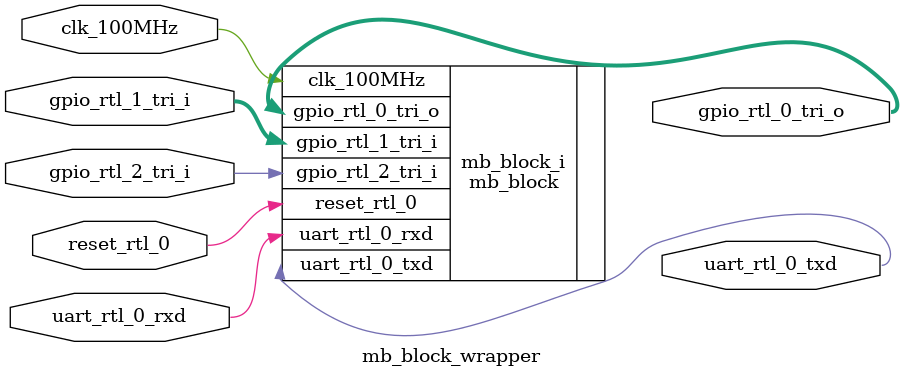
<source format=v>
`timescale 1 ps / 1 ps

module mb_block_wrapper
   (clk_100MHz,
    gpio_rtl_0_tri_o,
    gpio_rtl_1_tri_i,
    gpio_rtl_2_tri_i,
    reset_rtl_0,
    uart_rtl_0_rxd,
    uart_rtl_0_txd);
  input clk_100MHz;
  output [15:0]gpio_rtl_0_tri_o;
  input [15:0]gpio_rtl_1_tri_i;
  input [0:0]gpio_rtl_2_tri_i;
  input reset_rtl_0;
  input uart_rtl_0_rxd;
  output uart_rtl_0_txd;

  wire clk_100MHz;
  wire [15:0]gpio_rtl_0_tri_o;
  wire [15:0]gpio_rtl_1_tri_i;
  wire [0:0]gpio_rtl_2_tri_i;
  wire reset_rtl_0;
  wire uart_rtl_0_rxd;
  wire uart_rtl_0_txd;

  mb_block mb_block_i
       (.clk_100MHz(clk_100MHz),
        .gpio_rtl_0_tri_o(gpio_rtl_0_tri_o),
        .gpio_rtl_1_tri_i(gpio_rtl_1_tri_i),
        .gpio_rtl_2_tri_i(gpio_rtl_2_tri_i),
        .reset_rtl_0(reset_rtl_0),
        .uart_rtl_0_rxd(uart_rtl_0_rxd),
        .uart_rtl_0_txd(uart_rtl_0_txd));
endmodule

</source>
